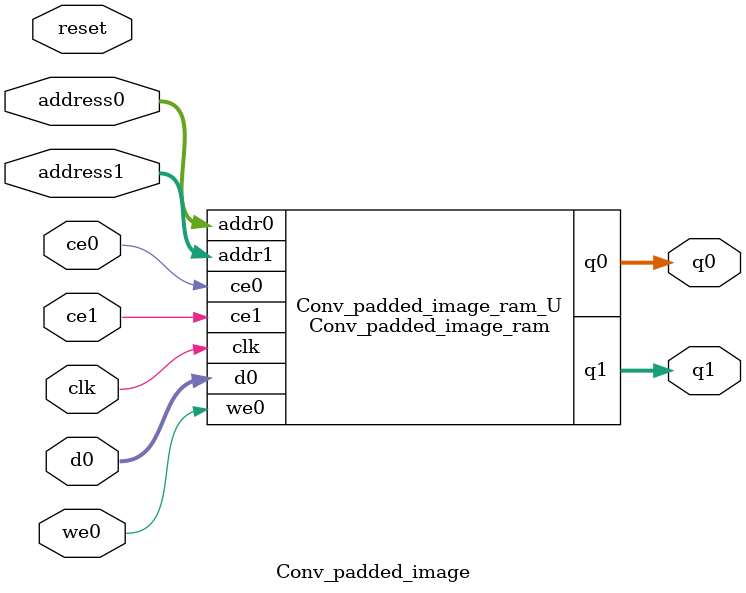
<source format=v>
`timescale 1 ns / 1 ps
module Conv_padded_image_ram (addr0, ce0, d0, we0, q0, addr1, ce1, q1,  clk);

parameter DWIDTH = 64;
parameter AWIDTH = 5;
parameter MEM_SIZE = 25;

input[AWIDTH-1:0] addr0;
input ce0;
input[DWIDTH-1:0] d0;
input we0;
output reg[DWIDTH-1:0] q0;
input[AWIDTH-1:0] addr1;
input ce1;
output reg[DWIDTH-1:0] q1;
input clk;

(* ram_style = "block" *)reg [DWIDTH-1:0] ram[0:MEM_SIZE-1];




always @(posedge clk)  
begin 
    if (ce0) 
    begin
        if (we0) 
        begin 
            ram[addr0] <= d0; 
        end 
        q0 <= ram[addr0];
    end
end


always @(posedge clk)  
begin 
    if (ce1) 
    begin
        q1 <= ram[addr1];
    end
end


endmodule

`timescale 1 ns / 1 ps
module Conv_padded_image(
    reset,
    clk,
    address0,
    ce0,
    we0,
    d0,
    q0,
    address1,
    ce1,
    q1);

parameter DataWidth = 32'd64;
parameter AddressRange = 32'd25;
parameter AddressWidth = 32'd5;
input reset;
input clk;
input[AddressWidth - 1:0] address0;
input ce0;
input we0;
input[DataWidth - 1:0] d0;
output[DataWidth - 1:0] q0;
input[AddressWidth - 1:0] address1;
input ce1;
output[DataWidth - 1:0] q1;



Conv_padded_image_ram Conv_padded_image_ram_U(
    .clk( clk ),
    .addr0( address0 ),
    .ce0( ce0 ),
    .we0( we0 ),
    .d0( d0 ),
    .q0( q0 ),
    .addr1( address1 ),
    .ce1( ce1 ),
    .q1( q1 ));

endmodule


</source>
